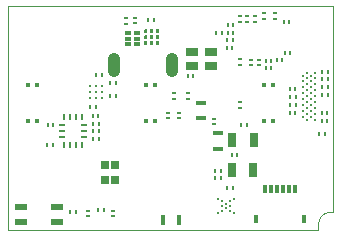
<source format=gbr>
%TF.GenerationSoftware,KiCad,Pcbnew,7.0.7*%
%TF.CreationDate,2024-01-11T19:31:21-08:00*%
%TF.ProjectId,beeper-design,62656570-6572-42d6-9465-7369676e2e6b,rev?*%
%TF.SameCoordinates,Original*%
%TF.FileFunction,Paste,Top*%
%TF.FilePolarity,Positive*%
%FSLAX46Y46*%
G04 Gerber Fmt 4.6, Leading zero omitted, Abs format (unit mm)*
G04 Created by KiCad (PCBNEW 7.0.7) date 2024-01-11 19:31:21*
%MOMM*%
%LPD*%
G01*
G04 APERTURE LIST*
%ADD10R,0.158310X0.330000*%
%ADD11R,0.330000X0.158310*%
%ADD12C,0.250000*%
%ADD13R,1.000000X0.600000*%
%ADD14R,0.412132X0.950000*%
%ADD15R,0.950000X0.412132*%
%ADD16C,0.240000*%
%ADD17R,0.700000X0.750000*%
%ADD18R,1.000000X0.720000*%
%ADD19R,0.450000X0.450000*%
%ADD20O,1.050000X2.100000*%
%ADD21R,0.280000X0.500000*%
%ADD22R,0.500000X0.280000*%
%ADD23R,0.520000X0.300000*%
%ADD24R,0.300000X0.800000*%
%ADD25R,0.400000X0.800000*%
%ADD26R,0.710555X1.300000*%
%TA.AperFunction,Profile*%
%ADD27C,0.050000*%
%TD*%
G04 APERTURE END LIST*
%TO.C,U13*%
G36*
X137516828Y-101533799D02*
G01*
X137516828Y-101743799D01*
X137480098Y-101788799D01*
X137270868Y-101788799D01*
X137216148Y-101743799D01*
X137216148Y-101533799D01*
X137270868Y-101488800D01*
X137480098Y-101488800D01*
X137516828Y-101533799D01*
G37*
G36*
X138025918Y-101533799D02*
G01*
X138025918Y-101743799D01*
X137980918Y-101788799D01*
X137770868Y-101788799D01*
X137716148Y-101743799D01*
X137716148Y-101533799D01*
X137770868Y-101488800D01*
X137980918Y-101488800D01*
X138025918Y-101533799D01*
G37*
G36*
X138525918Y-101533799D02*
G01*
X138525918Y-101743799D01*
X138480918Y-101788799D01*
X138270918Y-101788799D01*
X138225918Y-101743799D01*
X138225918Y-101533799D01*
X138270918Y-101488800D01*
X138480918Y-101488800D01*
X138525918Y-101533799D01*
G37*
G36*
X137516828Y-101033799D02*
G01*
X137516828Y-101243799D01*
X137480098Y-101288799D01*
X137270868Y-101288799D01*
X137216148Y-101243799D01*
X137216148Y-101033799D01*
X137270868Y-100988799D01*
X137480098Y-100988799D01*
X137516828Y-101033799D01*
G37*
G36*
X138025918Y-101033799D02*
G01*
X138025918Y-101243799D01*
X137980918Y-101288799D01*
X137770868Y-101288799D01*
X137716148Y-101243799D01*
X137716148Y-101033799D01*
X137770868Y-100988799D01*
X137980918Y-100988799D01*
X138025918Y-101033799D01*
G37*
G36*
X138525918Y-101033799D02*
G01*
X138525918Y-101243799D01*
X138480918Y-101288799D01*
X138270918Y-101288799D01*
X138225918Y-101243799D01*
X138225918Y-101033799D01*
X138270918Y-100988799D01*
X138480918Y-100988799D01*
X138525918Y-101033799D01*
G37*
G36*
X137516828Y-100533799D02*
G01*
X137516828Y-100743759D01*
X137480098Y-100788799D01*
X137270868Y-100788799D01*
X137216148Y-100743759D01*
X137216148Y-100533799D01*
X137270868Y-100488799D01*
X137480098Y-100488799D01*
X137516828Y-100533799D01*
G37*
G36*
X138025918Y-100533799D02*
G01*
X138025918Y-100743759D01*
X137980918Y-100788799D01*
X137770868Y-100788799D01*
X137716148Y-100743759D01*
X137716148Y-100533799D01*
X137770868Y-100488799D01*
X137980918Y-100488799D01*
X138025918Y-100533799D01*
G37*
G36*
X138525918Y-100533799D02*
G01*
X138525918Y-100743759D01*
X138480918Y-100788799D01*
X138270918Y-100788799D01*
X138225918Y-100743759D01*
X138225918Y-100533799D01*
X138270918Y-100488799D01*
X138480918Y-100488799D01*
X138525918Y-100533799D01*
G37*
%TD*%
D10*
%TO.C,R1*%
X143255416Y-112467171D03*
X143727106Y-112467171D03*
%TD*%
%TO.C,C19*%
X148002726Y-103159876D03*
X147531036Y-103159876D03*
%TD*%
D11*
%TO.C,C23*%
X148336985Y-99149412D03*
X148336985Y-99621102D03*
%TD*%
D10*
%TO.C,C48*%
X133645878Y-104375575D03*
X133174188Y-104375575D03*
%TD*%
%TO.C,R17*%
X134368671Y-105075313D03*
X134840361Y-105075313D03*
%TD*%
%TO.C,C21*%
X148952555Y-103130352D03*
X148480865Y-103130352D03*
%TD*%
D12*
%TO.C,U2*%
X144862568Y-114868836D03*
X143462568Y-114868836D03*
X144512568Y-115068836D03*
X143812568Y-115068836D03*
X144162568Y-115268836D03*
X144512568Y-115468836D03*
X143812568Y-115468836D03*
X144162568Y-115668836D03*
X144512568Y-115868836D03*
X143812568Y-115868836D03*
X144862568Y-116068836D03*
X143462568Y-116068836D03*
%TD*%
D10*
%TO.C,C20*%
X149533053Y-99845030D03*
X149061363Y-99845030D03*
%TD*%
%TO.C,C22*%
X149601076Y-102468028D03*
X149129386Y-102468028D03*
%TD*%
%TO.C,R16*%
X134377741Y-106172786D03*
X134849431Y-106172786D03*
%TD*%
D13*
%TO.C,U17*%
X129831496Y-115535195D03*
X126831496Y-116835195D03*
X126831496Y-115535195D03*
X129831496Y-116835195D03*
%TD*%
D14*
%TO.C,C3*%
X140169314Y-116617757D03*
X138831446Y-116617757D03*
%TD*%
D11*
%TO.C,L1*%
X143144542Y-108085815D03*
X143144542Y-108557505D03*
%TD*%
%TO.C,C11*%
X140920388Y-105919400D03*
X140920388Y-106391090D03*
%TD*%
D15*
%TO.C,C1*%
X142015967Y-106701356D03*
X142015967Y-108039224D03*
%TD*%
D10*
%TO.C,R10*%
X132932136Y-109820273D03*
X133403826Y-109820273D03*
%TD*%
%TO.C,L2*%
X144670767Y-111162222D03*
X145142457Y-111162222D03*
%TD*%
%TO.C,L3*%
X133822270Y-115779501D03*
X133350580Y-115779501D03*
%TD*%
D12*
%TO.C,U4*%
X151694476Y-104165097D03*
X151694476Y-104665097D03*
X151694476Y-105165097D03*
X151694476Y-105665097D03*
X151694476Y-106165097D03*
X151694476Y-106665097D03*
X151694476Y-107165097D03*
X151694476Y-107665097D03*
X151694476Y-108165097D03*
X151354476Y-104415097D03*
X151354476Y-104915097D03*
X151354476Y-105415097D03*
X151354476Y-105915097D03*
X151354476Y-106415097D03*
X151354476Y-106915097D03*
X151354476Y-107415097D03*
X151354476Y-107915097D03*
X151014476Y-104165097D03*
X151014476Y-104665097D03*
X151014476Y-105165097D03*
X151014476Y-105665097D03*
X151014476Y-106165097D03*
X151014476Y-106665097D03*
X151014476Y-107165097D03*
X151014476Y-107665097D03*
X151014476Y-108165097D03*
X150674476Y-104415097D03*
X150674476Y-104915097D03*
X150674476Y-105415097D03*
X150674476Y-105915097D03*
X150674476Y-106415097D03*
X150674476Y-106915097D03*
X150674476Y-107415097D03*
X150674476Y-107915097D03*
%TD*%
D15*
%TO.C,C2*%
X143482328Y-110623039D03*
X143482328Y-109285171D03*
%TD*%
D10*
%TO.C,R9*%
X132896618Y-107840123D03*
X133368308Y-107840123D03*
%TD*%
D11*
%TO.C,C49*%
X134611295Y-115866545D03*
X134611295Y-116338235D03*
%TD*%
%TO.C,C16*%
X145986114Y-99386365D03*
X145986114Y-99858055D03*
%TD*%
%TO.C,C17*%
X146313595Y-103547872D03*
X146313595Y-103076182D03*
%TD*%
D10*
%TO.C,C47*%
X132675248Y-107100149D03*
X133146938Y-107100149D03*
%TD*%
D11*
%TO.C,C18*%
X146637795Y-99385541D03*
X146637795Y-99857231D03*
%TD*%
D16*
%TO.C,U12*%
X133671887Y-106327878D03*
X133171887Y-106327878D03*
X132671887Y-106327878D03*
X133671887Y-105827878D03*
X133171887Y-105827878D03*
X132671887Y-105827878D03*
X133671887Y-105327878D03*
X133171887Y-105327878D03*
X132671887Y-105327878D03*
%TD*%
D10*
%TO.C,R6*%
X143802774Y-100774174D03*
X143331084Y-100774174D03*
%TD*%
%TO.C,C43*%
X129082764Y-108622303D03*
X129554454Y-108622303D03*
%TD*%
%TO.C,C15*%
X148009438Y-103807741D03*
X147537748Y-103807741D03*
%TD*%
%TO.C,R2*%
X144774818Y-100772979D03*
X144303128Y-100772979D03*
%TD*%
D11*
%TO.C,C50*%
X132480158Y-115865359D03*
X132480158Y-116337049D03*
%TD*%
D10*
%TO.C,R4*%
X144309848Y-100117355D03*
X144781538Y-100117355D03*
%TD*%
D11*
%TO.C,R8*%
X145381903Y-103055713D03*
X145381903Y-103527403D03*
%TD*%
D10*
%TO.C,L4*%
X131474069Y-115986940D03*
X131002379Y-115986940D03*
%TD*%
%TO.C,C10*%
X141384787Y-104494776D03*
X140913097Y-104494776D03*
%TD*%
D17*
%TO.C,XTAL1*%
X133900526Y-113293541D03*
X134800526Y-113293541D03*
X134799526Y-111993541D03*
X133899526Y-111993541D03*
%TD*%
D11*
%TO.C,R18*%
X136458667Y-100000503D03*
X136458667Y-99528813D03*
%TD*%
D10*
%TO.C,C13*%
X144288895Y-113935002D03*
X144760585Y-113935002D03*
%TD*%
D11*
%TO.C,C36*%
X135733934Y-100013321D03*
X135733934Y-99541631D03*
%TD*%
%TO.C,C29*%
X145396860Y-106661803D03*
X145396860Y-107133493D03*
%TD*%
%TO.C,C9*%
X139800342Y-105921652D03*
X139800342Y-106393342D03*
%TD*%
D10*
%TO.C,C12*%
X145912039Y-108605838D03*
X145440349Y-108605838D03*
%TD*%
%TO.C,C37*%
X152736271Y-108234882D03*
X152264581Y-108234882D03*
%TD*%
D11*
%TO.C,C24*%
X147412919Y-99150191D03*
X147412919Y-99621881D03*
%TD*%
D18*
%TO.C,D1*%
X142897328Y-103637321D03*
X141297328Y-103637321D03*
X141297328Y-102457321D03*
X142897328Y-102457321D03*
%TD*%
D10*
%TO.C,R12*%
X150066540Y-106233162D03*
X149594850Y-106233162D03*
%TD*%
%TO.C,R3*%
X144723801Y-101440168D03*
X144252111Y-101440168D03*
%TD*%
%TO.C,C28*%
X149587875Y-106897456D03*
X150059565Y-106897456D03*
%TD*%
D19*
%TO.C,U15*%
X137420500Y-108250000D03*
X138179500Y-108250000D03*
X137420500Y-105250000D03*
X138179500Y-105250000D03*
%TD*%
D10*
%TO.C,C27*%
X149580031Y-107558483D03*
X150051721Y-107558483D03*
%TD*%
%TO.C,R13*%
X150052012Y-105576200D03*
X149580322Y-105576200D03*
%TD*%
D19*
%TO.C,U16*%
X147420500Y-108250000D03*
X148179500Y-108250000D03*
X147420500Y-105250000D03*
X148179500Y-105250000D03*
%TD*%
D10*
%TO.C,C25*%
X138068563Y-99694231D03*
X137596873Y-99694231D03*
%TD*%
D11*
%TO.C,R7*%
X145332967Y-99855796D03*
X145332967Y-99384106D03*
%TD*%
D20*
%TO.C,J6*%
X134719176Y-103485414D03*
X139569176Y-103485414D03*
%TD*%
D10*
%TO.C,R5*%
X144697221Y-102107433D03*
X144225531Y-102107433D03*
%TD*%
%TO.C,C26*%
X152780121Y-104075363D03*
X152308431Y-104075363D03*
%TD*%
D19*
%TO.C,U14*%
X127420500Y-108250000D03*
X128179500Y-108250000D03*
X127420500Y-105250000D03*
X128179500Y-105250000D03*
%TD*%
D10*
%TO.C,C30*%
X152785089Y-106045190D03*
X152313399Y-106045190D03*
%TD*%
%TO.C,C39*%
X152777026Y-105394569D03*
X152305336Y-105394569D03*
%TD*%
D21*
%TO.C,U9*%
X131955464Y-107946651D03*
X131454464Y-107946651D03*
X130955464Y-107946651D03*
X130454464Y-107946651D03*
D22*
X130279964Y-108621651D03*
X130279964Y-109121651D03*
X130279964Y-109621651D03*
D21*
X130454464Y-110296651D03*
X130955464Y-110296651D03*
X131454464Y-110296651D03*
X131955464Y-110296651D03*
D22*
X132129464Y-109621651D03*
X132129464Y-109121651D03*
X132129864Y-108621651D03*
%TD*%
D23*
%TO.C,U7*%
X136612114Y-101782436D03*
X136612114Y-101282436D03*
X136612114Y-100782436D03*
X135841114Y-101782436D03*
X135841114Y-101282436D03*
X135841114Y-100782436D03*
%TD*%
D10*
%TO.C,C38*%
X152540550Y-109392102D03*
X152068860Y-109392102D03*
%TD*%
D24*
%TO.C,U5*%
X147500000Y-114050000D03*
X148000000Y-114050000D03*
X148500000Y-114050000D03*
X149000000Y-114050000D03*
X149500000Y-114050000D03*
X150000000Y-114050000D03*
D25*
X146750000Y-116550000D03*
X150750000Y-116550000D03*
%TD*%
D11*
%TO.C,C7*%
X139268449Y-107578835D03*
X139268449Y-108050525D03*
%TD*%
D10*
%TO.C,C31*%
X152769463Y-104739451D03*
X152297773Y-104739451D03*
%TD*%
%TO.C,C32*%
X152748057Y-107563914D03*
X152276367Y-107563914D03*
%TD*%
D11*
%TO.C,C8*%
X140218368Y-107559015D03*
X140218368Y-108030705D03*
%TD*%
D26*
%TO.C,C6*%
X146495367Y-112436869D03*
X144705923Y-112436869D03*
%TD*%
D10*
%TO.C,C5*%
X143726546Y-113129856D03*
X143254856Y-113129856D03*
%TD*%
%TO.C,R14*%
X132904657Y-108495783D03*
X133376347Y-108495783D03*
%TD*%
D11*
%TO.C,C14*%
X146962235Y-103549205D03*
X146962235Y-103077515D03*
%TD*%
D26*
%TO.C,C4*%
X146502199Y-109902067D03*
X144712755Y-109902067D03*
%TD*%
D10*
%TO.C,R15*%
X132908236Y-109149322D03*
X133379926Y-109149322D03*
%TD*%
%TO.C,C42*%
X129052788Y-110304767D03*
X129524478Y-110304767D03*
%TD*%
D27*
X152000000Y-117500000D02*
X125750000Y-117500000D01*
X125750000Y-117500000D02*
X125750000Y-98500000D01*
X125750000Y-98500000D02*
X153250000Y-98500000D01*
X153250000Y-98500000D02*
X153250000Y-116000000D01*
X153250000Y-116000000D02*
X153000000Y-116000000D01*
X153000000Y-116000000D02*
G75*
G03*
X152000000Y-117000000I0J-1000000D01*
G01*
X152000000Y-117000000D02*
X152000000Y-117500000D01*
M02*

</source>
